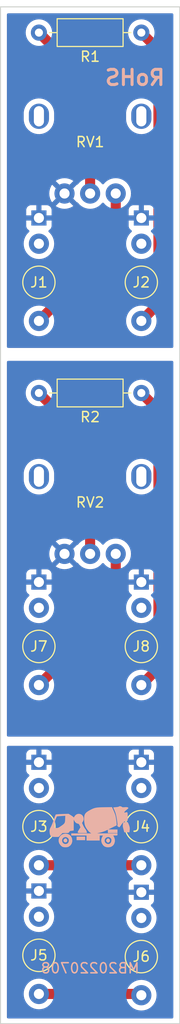
<source format=kicad_pcb>
(kicad_pcb (version 20211014) (generator pcbnew)
  (layers (0 "F.Cu" signal) (31 "B.Cu" signal) (34 "B.Paste" user) (35 "F.Paste" user) (36 "B.SilkS" user "B.Silkscreen") (37 "F.SilkS" user "F.Silkscreen") (38 "B.Mask" user) (39 "F.Mask" user) (44 "Edge.Cuts" user))
  (net 0 "")
  (net 1 "/gnd1")
  (net 2 "Net-(J1-PadT)")
  (net 4 "Net-(J2-PadT)")
  (net 6 "/gnd3")
  (net 7 "Net-(J3-PadT)")
  (net 12 "/gnd2")
  (net 13 "Net-(J7-PadT)")
  (net 15 "Net-(J8-PadT)")
  (net 17 "Net-(R1-Pad2)")
  (net 18 "Net-(R2-Pad2)")
  (footprint "eurorack_footprints:audio_jack_pj-398sm" (layer "F.Cu") (at 106.68 168.00884)
    (fp_text reference "J6" (at 0 -3.81 unlocked) (layer "F.SilkS"))
    (fp_text value "AudioJack2_SwitchT" hide)
    (fp_circle (center 0 -3.81) (end 1.6 -3.81) (layer "F.SilkS") (width 0.12) (fill none))
    (pad "S" thru_hole rect (at 0 -10.16) (size 1.5 1.5) (drill 1) (layers *.Cu *.Mask) (net 6 "/gnd3"))
    (pad "T" thru_hole circle (at 0 0) (size 2 2) (drill 1) (layers *.Cu *.Mask) (net 7 "Net-(J3-PadT)"))
    (pad "TN" thru_hole circle (at 0 -7.62) (size 2 2) (drill 1) (layers *.Cu *.Mask))
  )
  (footprint "eurorack_footprints:audio_jack_pj-398sm" (layer "F.Cu") (at 96.52 137.404)
    (fp_text reference "J7" (at 0 -3.81 unlocked) (layer "F.SilkS"))
    (fp_text value "AudioJack2_SwitchT" hide)
    (fp_circle (center 0 -3.81) (end 1.6 -3.81) (layer "F.SilkS") (width 0.12) (fill none))
    (pad "S" thru_hole rect (at 0 -10.16) (size 1.5 1.5) (drill 1) (layers *.Cu *.Mask) (net 12 "/gnd2"))
    (pad "T" thru_hole circle (at 0 0) (size 2 2) (drill 1) (layers *.Cu *.Mask) (net 13 "Net-(J7-PadT)"))
    (pad "TN" thru_hole circle (at 0 -7.62) (size 2 2) (drill 1) (layers *.Cu *.Mask))
  )
  (footprint "eurorack_footprints:audio_jack_pj-398sm" (layer "F.Cu") (at 96.52 155.18384)
    (fp_text reference "J3" (at 0 -3.81 unlocked) (layer "F.SilkS"))
    (fp_text value "AudioJack2_SwitchT" hide)
    (fp_circle (center 0 -3.81) (end 1.6 -3.81) (layer "F.SilkS") (width 0.12) (fill none))
    (pad "S" thru_hole rect (at 0 -10.16) (size 1.5 1.5) (drill 1) (layers *.Cu *.Mask) (net 6 "/gnd3"))
    (pad "T" thru_hole circle (at 0 0) (size 2 2) (drill 1) (layers *.Cu *.Mask) (net 7 "Net-(J3-PadT)"))
    (pad "TN" thru_hole circle (at 0 -7.62) (size 2 2) (drill 1) (layers *.Cu *.Mask))
  )
  (footprint "eurorack_footprints:pot1_B" (layer "F.Cu") (at 99.06 88.9)
    (fp_text reference "RV1" (at 2.54 -5.08 unlocked) (layer "F.SilkS"))
    (fp_text value "100k" hide)
    (pad "" thru_hole oval (at 7.62 -7.62 90) (size 2.5 2) (drill oval 2 1) (layers *.Cu *.Mask))
    (pad "" thru_hole oval (at -2.54 -7.62 90) (size 2.5 2) (drill oval 2 1) (layers *.Cu *.Mask))
    (pad "1" thru_hole circle (at 5.08 0) (size 2 2) (drill 1) (layers *.Cu *.Mask) (net 2 "Net-(J1-PadT)"))
    (pad "2" thru_hole circle (at 2.54 0) (size 2 2) (drill 1) (layers *.Cu *.Mask) (net 17 "Net-(R1-Pad2)"))
    (pad "3" thru_hole circle (at 0 0) (size 2 2) (drill 1) (layers *.Cu *.Mask) (net 1 "/gnd1"))
  )
  (footprint "eurorack_footprints:pot1_B" (layer "F.Cu") (at 99.06 124.4605)
    (fp_text reference "RV2" (at 2.54 -5.08 unlocked) (layer "F.SilkS"))
    (fp_text value "100k" hide)
    (pad "" thru_hole oval (at 7.62 -7.62 90) (size 2.5 2) (drill oval 2 1) (layers *.Cu *.Mask))
    (pad "" thru_hole oval (at -2.54 -7.62 90) (size 2.5 2) (drill oval 2 1) (layers *.Cu *.Mask))
    (pad "1" thru_hole circle (at 5.08 0) (size 2 2) (drill 1) (layers *.Cu *.Mask) (net 13 "Net-(J7-PadT)"))
    (pad "2" thru_hole circle (at 2.54 0) (size 2 2) (drill 1) (layers *.Cu *.Mask) (net 18 "Net-(R2-Pad2)"))
    (pad "3" thru_hole circle (at 0 0) (size 2 2) (drill 1) (layers *.Cu *.Mask) (net 12 "/gnd2"))
  )
  (footprint "Resistor_THT:R_Axial_DIN0207_L6.3mm_D2.5mm_P10.16mm_Horizontal" (layer "F.Cu") (at 106.68 108.585 180)
    (fp_text reference "R2" (at 5.08 -2.37) (layer "F.SilkS"))
    (fp_text value "1k")
    (fp_line (start 1.81 -1.37) (end 1.81 1.37) (layer "F.SilkS") (width 0.12))
    (fp_line (start 8.35 -1.37) (end 1.81 -1.37) (layer "F.SilkS") (width 0.12))
    (fp_line (start 1.81 1.37) (end 8.35 1.37) (layer "F.SilkS") (width 0.12))
    (fp_line (start 8.35 1.37) (end 8.35 -1.37) (layer "F.SilkS") (width 0.12))
    (fp_line (start 1.04 0) (end 1.81 0) (layer "F.SilkS") (width 0.12))
    (fp_line (start 9.12 0) (end 8.35 0) (layer "F.SilkS") (width 0.12))
    (pad "1" thru_hole circle (at 0 0 180) (size 1.6 1.6) (drill 0.8) (layers *.Cu *.Mask) (net 15 "Net-(J8-PadT)"))
    (pad "2" thru_hole oval (at 10.16 0 180) (size 1.6 1.6) (drill 0.8) (layers *.Cu *.Mask) (net 18 "Net-(R2-Pad2)"))
  )
  (footprint "eurorack_footprints:audio_jack_pj-398sm" (layer "F.Cu") (at 96.52 167.88384)
    (fp_text reference "J5" (at 0 -3.81 unlocked) (layer "F.SilkS"))
    (fp_text value "AudioJack2_SwitchT" hide)
    (fp_circle (center 0 -3.81) (end 1.6 -3.81) (layer "F.SilkS") (width 0.12) (fill none))
    (pad "S" thru_hole rect (at 0 -10.16) (size 1.5 1.5) (drill 1) (layers *.Cu *.Mask) (net 6 "/gnd3"))
    (pad "T" thru_hole circle (at 0 0) (size 2 2) (drill 1) (layers *.Cu *.Mask) (net 7 "Net-(J3-PadT)"))
    (pad "TN" thru_hole circle (at 0 -7.62) (size 2 2) (drill 1) (layers *.Cu *.Mask))
  )
  (footprint "eurorack_footprints:audio_jack_pj-398sm" (layer "F.Cu") (at 106.68 101.475)
    (fp_text reference "J2" (at 0 -3.81 unlocked) (layer "F.SilkS"))
    (fp_text value "AudioJack2_SwitchT" hide)
    (fp_circle (center 0 -3.81) (end 1.6 -3.81) (layer "F.SilkS") (width 0.12) (fill none))
    (pad "S" thru_hole rect (at 0 -10.16) (size 1.5 1.5) (drill 1) (layers *.Cu *.Mask) (net 1 "/gnd1"))
    (pad "T" thru_hole circle (at 0 0) (size 2 2) (drill 1) (layers *.Cu *.Mask) (net 4 "Net-(J2-PadT)"))
    (pad "TN" thru_hole circle (at 0 -7.62) (size 2 2) (drill 1) (layers *.Cu *.Mask))
  )
  (footprint "eurorack_footprints:audio_jack_pj-398sm" (layer "F.Cu") (at 106.68 155.18384)
    (fp_text reference "J4" (at 0 -3.81 unlocked) (layer "F.SilkS"))
    (fp_text value "AudioJack2_SwitchT" hide)
    (fp_circle (center 0 -3.81) (end 1.6 -3.81) (layer "F.SilkS") (width 0.12) (fill none))
    (pad "S" thru_hole rect (at 0 -10.16) (size 1.5 1.5) (drill 1) (layers *.Cu *.Mask) (net 6 "/gnd3"))
    (pad "T" thru_hole circle (at 0 0) (size 2 2) (drill 1) (layers *.Cu *.Mask) (net 7 "Net-(J3-PadT)"))
    (pad "TN" thru_hole circle (at 0 -7.62) (size 2 2) (drill 1) (layers *.Cu *.Mask))
  )
  (footprint "eurorack_footprints:audio_jack_pj-398sm" (layer "F.Cu") (at 96.52 101.475)
    (fp_text reference "J1" (at 0 -3.81 unlocked) (layer "F.SilkS"))
    (fp_text value "AudioJack2_SwitchT" hide)
    (fp_circle (center 0 -3.81) (end 1.6 -3.81) (layer "F.SilkS") (width 0.12) (fill none))
    (pad "S" thru_hole rect (at 0 -10.16) (size 1.5 1.5) (drill 1) (layers *.Cu *.Mask) (net 1 "/gnd1"))
    (pad "T" thru_hole circle (at 0 0) (size 2 2) (drill 1) (layers *.Cu *.Mask) (net 2 "Net-(J1-PadT)"))
    (pad "TN" thru_hole circle (at 0 -7.62) (size 2 2) (drill 1) (layers *.Cu *.Mask))
  )
  (footprint "eurorack_footprints:audio_jack_pj-398sm" (layer "F.Cu") (at 106.68 137.404)
    (fp_text reference "J8" (at 0 -3.81 unlocked) (layer "F.SilkS"))
    (fp_text value "AudioJack2_SwitchT" hide)
    (fp_circle (center 0 -3.81) (end 1.6 -3.81) (layer "F.SilkS") (width 0.12) (fill none))
    (pad "S" thru_hole rect (at 0 -10.16) (size 1.5 1.5) (drill 1) (layers *.Cu *.Mask) (net 12 "/gnd2"))
    (pad "T" thru_hole circle (at 0 0) (size 2 2) (drill 1) (layers *.Cu *.Mask) (net 15 "Net-(J8-PadT)"))
    (pad "TN" thru_hole circle (at 0 -7.62) (size 2 2) (drill 1) (layers *.Cu *.Mask))
  )
  (footprint "Resistor_THT:R_Axial_DIN0207_L6.3mm_D2.5mm_P10.16mm_Horizontal" (layer "F.Cu") (at 106.68 73.025 180)
    (fp_text reference "R1" (at 5.08 -2.37) (layer "F.SilkS"))
    (fp_text value "1k")
    (fp_line (start 9.12 0) (end 8.35 0) (layer "F.SilkS") (width 0.12))
    (fp_line (start 1.81 -1.37) (end 1.81 1.37) (layer "F.SilkS") (width 0.12))
    (fp_line (start 1.04 0) (end 1.81 0) (layer "F.SilkS") (width 0.12))
    (fp_line (start 8.35 1.37) (end 8.35 -1.37) (layer "F.SilkS") (width 0.12))
    (fp_line (start 8.35 -1.37) (end 1.81 -1.37) (layer "F.SilkS") (width 0.12))
    (fp_line (start 1.81 1.37) (end 8.35 1.37) (layer "F.SilkS") (width 0.12))
    (pad "1" thru_hole circle (at 0 0 180) (size 1.6 1.6) (drill 0.8) (layers *.Cu *.Mask) (net 4 "Net-(J2-PadT)"))
    (pad "2" thru_hole oval (at 10.16 0 180) (size 1.6 1.6) (drill 0.8) (layers *.Cu *.Mask) (net 17 "Net-(R1-Pad2)"))
  )
  (footprint "eurorack_footprints:musikbeton_8mm_front" (layer "B.Cu") (at 101.6 151.37384 180)
    (fp_text reference "G***" hide)
    (fp_text value "LOGO" hide)
    (fp_poly (pts (xy 2.762518 1.247209) (xy 3.007969 1.237329) (xy 3.201011 1.224975) (xy 3.336268 1.21063) (xy 3.408364 1.194773) (xy 3.418014 1.188542) (xy 3.439346 1.142694) (xy 3.478221 1.04284) (xy 3.529839 0.901902) (xy 3.589402 0.732799) (xy 3.615914 0.655667) (xy 3.686309 0.459582) (xy 3.761115 0.268388) (xy 3.832401 0.101327) (xy 3.892239 -0.022362) (xy 3.904098 -0.043597) (xy 3.973318 -0.173935) (xy 4.009629 -0.283003) (xy 4.022797 -0.405719) (xy 4.023776 -0.471442) (xy 4.007467 -0.675516) (xy 3.960931 -0.83702) (xy 3.887753 -0.946604) (xy 3.826455 -0.986002) (xy 3.750496 -1.001666) (xy 3.626821 -1.013522) (xy 3.478244 -1.019614) (xy 3.429372 -1.020027) (xy 3.121783 -1.020027) (xy 2.930165 -0.826) (xy 2.738547 -0.631972) (xy 2.436268 -0.631972) (xy 2.28962 -0.630996) (xy 2.19667 -0.624808) (xy 2.14056 -0.608517) (xy 2.104431 -0.577233) (xy 2.071471 -0.526139) (xy 1.994468 -0.440756) (xy 1.927164 -0.420305) (xy 1.8317 -0.413208) (xy 1.73513 -0.398257) (xy 1.624887 -0.376208) (xy 1.624859 0.157368) (xy 1.624832 0.690945) (xy 1.552085 0.543981) (xy 1.45757 0.415339) (xy 1.329487 0.323786) (xy 1.190122 0.28481) (xy 1.178583 0.284419) (xy 1.118502 0.250089) (xy 1.054386 0.147493) (xy 1.037598 0.11105) (xy 0.961836 -0.061487) (xy 1.099314 -0.284993) (xy 1.179342 -0.417417) (xy 1.225618 -0.510966) (xy 1.231816 -0.572394) (xy 1.191609 -0.608455) (xy 1.098669 -0.625904) (xy 0.946669 -0.631497) (xy 0.774294 -0.631972) (xy 0.311757 -0.631972) (xy 0.336348 -0.500891) (xy 0.376117 -0.390804) (xy 0.445327 -0.27618) (xy 0.469603 -0.246048) (xy 0.54 -0.15) (xy 0.619835 -0.01748) (xy 0.691356 0.121864) (xy 0.804444 0.366014) (xy 0.720777 0.489305) (xy 0.65025 0.648447) (xy 0.637109 0.771079) (xy 0.666163 0.947918) (xy 0.744882 1.088719) (xy 0.860608 1.190512) (xy 1.00068 1.250328) (xy 1.152438 1.265196) (xy 1.303222 1.232148) (xy 1.440372 1.148212) (xy 1.551227 1.010419) (xy 1.563096 0.988298) (xy 1.601428 0.922207) (xy 1.62306 0.902524) (xy 1.624832 0.908925) (xy 1.652995 0.945236) (xy 1.728033 1.006047) (xy 1.817586 1.067764) (xy 2.464525 1.067764) (xy 2.476859 0.732201) (xy 2.485258 0.572161) (xy 2.503068 0.452055) (xy 2.539587 0.357446) (xy 2.604112 0.273896) (xy 2.705942 0.186966) (xy 2.854374 0.082221) (xy 2.926855 0.033455) (xy 3.059124 -0.052177) (xy 3.154216 -0.10338) (xy 3.23164 -0.127732) (xy 3.310907 -0.132811) (xy 3.350188 -0.130971) (xy 3.512248 -0.120444) (xy 3.508435 0.197056) (xy 3.501546 0.379071) (xy 3.482291 0.521295) (xy 3.445147 0.65416) (xy 3.407544 0.752995) (xy 3.357306 0.87095) (xy 3.315134 0.960202) (xy 3.289371 1.003219) (xy 3.287885 1.004382) (xy 3.245602 1.011633) (xy 3.147932 1.021507) (xy 3.009933 1.032643) (xy 2.864914 1.042546) (xy 2.464525 1.067764) (xy 1.817586 1.067764) (xy 1.835851 1.080352) (xy 1.880651 1.108703) (xy 2.136415 1.26689)) (layer "B.SilkS") (width 0) (fill solid))
    (fp_poly (pts (xy -1.703549 -1.189865) (xy -1.635534 -1.25806) (xy -1.591255 -1.338743) (xy -1.585391 -1.372805) (xy -1.610658 -1.450137) (xy -1.670641 -1.527464) (xy -1.741608 -1.577805) (xy -1.771569 -1.584472) (xy -1.832637 -1.565509) (xy -1.895041 -1.529555) (xy -1.95693 -1.450293) (xy -1.967667 -1.352552) (xy -1.934386 -1.257613) (xy -1.864218 -1.186761) (xy -1.771569 -1.161139)) (layer "B.SilkS") (width 0) (fill solid))
    (fp_poly (pts (xy 1.342665 -1.337527) (xy 0.495998 -1.337527) (xy 0.495998 -0.98475) (xy 1.342665 -0.98475)) (layer "B.SilkS") (width 0) (fill solid))
    (fp_poly (pts (xy -1.427413 1.915153) (xy -1.135846 1.909493) (xy -0.901864 1.900122) (xy -0.712509 1.884639) (xy -0.554822 1.860648) (xy -0.415847 1.825749) (xy -0.282624 1.777544) (xy -0.142196 1.713635) (xy -0.02883 1.656278) (xy 0.190007 1.534202) (xy 0.350326 1.422643) (xy 0.461428 1.31267) (xy 0.532619 1.195353) (xy 0.568835 1.082586) (xy 0.5918 0.903011) (xy 0.594326 0.683885) (xy 0.577993 0.452685) (xy 0.544382 0.236892) (xy 0.51319 0.115264) (xy 0.4467 -0.037792) (xy 0.344371 -0.208072) (xy 0.22217 -0.373488) (xy 0.096066 -0.511951) (xy 0.005712 -0.586734) (xy -0.114158 -0.66725) (xy 1.871832 -0.66725) (xy 1.871832 -0.878916) (xy 0.354887 -0.878916) (xy 0.354887 -1.372805) (xy -0.950391 -1.372805) (xy -0.950391 -0.878916) (xy -1.266758 -0.878916) (xy -1.192223 -1.021916) (xy -1.113515 -1.226606) (xy -1.100771 -1.420976) (xy -1.153684 -1.618916) (xy -1.17781 -1.671969) (xy -1.294659 -1.851541) (xy -1.442679 -1.969715) (xy -1.628773 -2.030711) (xy -1.782518 -2.041671) (xy -1.927321 -2.030397) (xy -2.052256 -2.002592) (xy -2.096918 -1.984338) (xy -2.239299 -1.894018) (xy -2.336621 -1.789155) (xy -2.400987 -1.672666) (xy -2.459666 -1.463381) (xy -2.455881 -1.350453) (xy -2.114557 -1.350453) (xy -2.087125 -1.51261) (xy -2.01217 -1.632633) (xy -1.900702 -1.703357) (xy -1.763734 -1.717615) (xy -1.619962 -1.672301) (xy -1.507738 -1.581442) (xy -1.448996 -1.464121) (xy -1.440646 -1.336044) (xy -1.4796 -1.212914) (xy -1.562771 -1.110438) (xy -1.68707 -1.044318) (xy -1.745919 -1.031792) (xy -1.853363 -1.027622) (xy -1.936528 -1.058681) (xy -2.001628 -1.107665) (xy -2.078439 -1.186502) (xy -2.110004 -1.27095) (xy -2.114557 -1.350453) (xy -2.455881 -1.350453) (xy -2.452369 -1.245687) (xy -2.383939 -1.043645) (xy -2.300542 -0.878916) (xy -2.507411 -0.878916) (xy -2.622902 -0.877435) (xy -2.684659 -0.867255) (xy -2.709504 -0.839769) (xy -2.714259 -0.786372) (xy -2.714279 -0.773083) (xy -2.714279 -0.66725) (xy -0.685807 -0.662656) (xy -1.029291 -0.577594) (xy -1.200318 -0.530469) (xy -1.367353 -0.476342) (xy -1.503886 -0.424103) (xy -1.548465 -0.403501) (xy -1.647989 -0.354643) (xy -1.719815 -0.322306) (xy -1.742968 -0.314472) (xy -1.754191 -0.346029) (xy -1.760919 -0.425863) (xy -1.761779 -0.473222) (xy -1.761779 -0.631972) (xy -2.714279 -0.631972) (xy -2.714279 -0.279194) (xy -2.264488 -0.276109) (xy -1.814696 -0.273024) (xy -2.202752 -0.083472) (xy -2.354941 -0.009415) (xy -2.484677 0.053186) (xy -2.578462 0.097854) (xy -2.622795 0.118113) (xy -2.623209 0.118272) (xy -2.63294 0.1564) (xy -2.63234 0.249371) (xy -2.623042 0.382495) (xy -2.606681 0.54108) (xy -2.584893 0.710436) (xy -2.559311 0.875873) (xy -2.53157 1.0227) (xy -2.514341 1.096639) (xy -2.476232 1.217251) (xy -2.417032 1.374286) (xy -2.347078 1.540997) (xy -2.316652 1.608167) (xy -2.16902 1.925667)) (layer "B.SilkS") (width 0) (fill solid))
    (fp_poly (pts (xy 2.525111 -1.189945) (xy 2.599293 -1.258379) (xy 2.644083 -1.339467) (xy 2.647943 -1.366063) (xy 2.618201 -1.468588) (xy 2.543271 -1.538153) (xy 2.444596 -1.563445) (xy 2.343619 -1.533151) (xy 2.33818 -1.529476) (xy 2.276916 -1.45079) (xy 2.264753 -1.352659) (xy 2.295145 -1.257063) (xy 2.361547 -1.185984) (xy 2.447873 -1.161139)) (layer "B.SilkS") (width 0) (fill solid))
    (fp_poly (pts (xy -3.55053 0.453423) (xy -3.474514 0.445747) (xy -3.28339 0.421868) (xy -3.252343 0.238906) (xy -3.241485 0.027553) (xy -3.265146 -0.102805) (xy -3.302903 -0.241467) (xy -3.340923 -0.383985) (xy -3.348137 -0.411486) (xy -3.387277 -0.561416) (xy -3.903981 -0.561416) (xy -3.927513 -0.331722) (xy -3.936379 -0.198628) (xy -3.928609 -0.086678) (xy -3.899883 0.034181) (xy -3.856079 0.16548) (xy -3.80597 0.292996) (xy -3.75777 0.392592) (xy -3.72018 0.44684) (xy -3.713374 0.451308) (xy -3.653244 0.457447)) (layer "B.SilkS") (width 0) (fill solid))
    (fp_poly (pts (xy -2.866151 1.99904) (xy -2.855391 1.981008) (xy -2.822954 1.962933) (xy -2.736746 1.943928) (xy -2.613418 1.927383) (xy -2.573168 1.923536) (xy -2.442284 1.911177) (xy -2.343645 1.90007) (xy -2.293869 1.892147) (xy -2.290946 1.890713) (xy -2.304397 1.857078) (xy -2.339908 1.775848) (xy -2.390214 1.663601) (xy -2.398001 1.646404) (xy -2.480746 1.444763) (xy -2.547208 1.235324) (xy -2.602413 0.998888) (xy -2.651388 0.716259) (xy -2.664147 0.629871) (xy -2.689326 0.453811) (xy -2.705608 0.333724) (xy -2.713911 0.255712) (xy -2.715152 0.20588) (xy -2.710246 0.17033) (xy -2.70011 0.135165) (xy -2.697355 0.126375) (xy -2.698696 0.064928) (xy -2.754336 0.009894) (xy -2.779618 -0.005917) (xy -2.854958 -0.04748) (xy -2.900612 -0.067261) (xy -2.90282 -0.067527) (xy -2.929853 -0.040467) (xy -2.986416 0.032016) (xy -3.062549 0.136873) (xy -3.103572 0.195526) (xy -3.194604 0.323333) (xy -3.26413 0.405841) (xy -3.328621 0.457217) (xy -3.404546 0.491625) (xy -3.47271 0.513026) (xy -3.583844 0.54336) (xy -3.66928 0.563126) (xy -3.699753 0.567473) (xy -3.717684 0.594409) (xy -3.728274 0.678325) (xy -3.731846 0.823881) (xy -3.729601 0.999625) (xy -3.725231 1.185775) (xy -3.718024 1.311403) (xy -3.701726 1.386464) (xy -3.670084 1.420907) (xy -3.616843 1.424687) (xy -3.535749 1.407754) (xy -3.481571 1.39433) (xy -3.405211 1.387466) (xy -3.386677 1.416824) (xy -3.424809 1.479912) (xy -3.518449 1.574237) (xy -3.596477 1.64124) (xy -3.696354 1.725434) (xy -3.770788 1.791809) (xy -3.806533 1.828453) (xy -3.807891 1.831379) (xy -3.783297 1.862481) (xy -3.746154 1.893471) (xy -3.678621 1.919318) (xy -3.56355 1.926196) (xy -3.436705 1.919323) (xy -3.298869 1.911242) (xy -3.21319 1.916278) (xy -3.162119 1.936636) (xy -3.141344 1.956449) (xy -3.086359 1.990034) (xy -3.004761 2.009822) (xy -2.922657 2.013571)) (layer "B.SilkS") (width 0) (fill solid))
    (fp_poly (pts (xy 2.645047 -0.717349) (xy 2.823056 -0.800018) (xy 2.965168 -0.92598) (xy 3.066245 -1.084158) (xy 3.121152 -1.263472) (xy 3.124754 -1.452842) (xy 3.071913 -1.64119) (xy 2.958721 -1.816043) (xy 2.868866 -1.904931) (xy 2.776413 -1.976572) (xy 2.750291 -1.991968) (xy 2.63269 -2.027237) (xy 2.478182 -2.041076) (xy 2.317012 -2.033703) (xy 2.179425 -2.005339) (xy 2.136494 -1.987506) (xy 1.956473 -1.858189) (xy 1.834899 -1.689788) (xy 1.773543 -1.485246) (xy 1.765998 -1.372459) (xy 1.766759 -1.367055) (xy 2.109155 -1.367055) (xy 2.13857 -1.520582) (xy 2.217954 -1.635511) (xy 2.33401 -1.703676) (xy 2.473443 -1.716912) (xy 2.609448 -1.67433) (xy 2.712909 -1.586005) (xy 2.770294 -1.464763) (xy 2.780663 -1.330447) (xy 2.743073 -1.202899) (xy 2.656585 -1.101961) (xy 2.637209 -1.089032) (xy 2.490711 -1.028533) (xy 2.356491 -1.036396) (xy 2.227462 -1.113138) (xy 2.220355 -1.119385) (xy 2.14413 -1.202889) (xy 2.113174 -1.292065) (xy 2.109155 -1.367055) (xy 1.766759 -1.367055) (xy 1.797105 -1.151544) (xy 1.885577 -0.965358) (xy 2.024142 -0.821317) (xy 2.205527 -0.726836) (xy 2.42246 -0.689329) (xy 2.436276 -0.689055)) (layer "B.SilkS") (width 0) (fill solid))
  )
  (gr_rect (start 92.71 70.485) (end 110.49 170.815) (layer "Edge.Cuts") (width 0.1) (fill none))
  (gr_text "RoHS" (at 106.045 77.47) (layer "B.SilkS") (effects (font (size 1.5 1.5) (thickness 0.3)) (justify mirror)))
  (gr_text "MB20220708\n" (at 101.6 165.34384) (layer "B.SilkS") (effects (font (size 1 1)) (justify mirror)))
  (segment (start 96.52 101.475) (end 104.14 93.855) (width 1) (layer "F.Cu") (net 2))
  (segment (start 104.14 93.855) (end 104.14 88.9) (width 1) (layer "F.Cu") (net 2))
  (segment (start 108.379511 74.724511) (end 108.379511 99.775489) (width 1) (layer "F.Cu") (net 4))
  (segment (start 108.379511 99.775489) (end 106.68 101.475) (width 1) (layer "F.Cu") (net 4))
  (segment (start 106.68 73.025) (end 108.379511 74.724511) (width 1) (layer "F.Cu") (net 4))
  (segment (start 101.725 155.18384) (end 106.68 155.18384) (width 1) (layer "F.Cu") (net 7))
  (segment (start 101.725 167.63384) (end 101.475 167.88384) (width 1) (layer "F.Cu") (net 7))
  (segment (start 96.52 155.18384) (end 101.725 155.18384) (width 1) (layer "F.Cu") (net 7))
  (segment (start 106.555 167.88384) (end 106.68 168.00884) (width 1) (layer "F.Cu") (net 7))
  (segment (start 96.52 167.88384) (end 101.475 167.88384) (width 1) (layer "F.Cu") (net 7))
  (segment (start 101.475 167.88384) (end 106.555 167.88384) (width 1) (layer "F.Cu") (net 7))
  (segment (start 101.725 155.18384) (end 101.725 167.63384) (width 1) (layer "F.Cu") (net 7))
  (segment (start 96.52 137.404) (end 104.14 129.784) (width 1) (layer "F.Cu") (net 13))
  (segment (start 104.14 129.784) (end 104.14 124.4605) (width 1) (layer "F.Cu") (net 13))
  (segment (start 106.68 137.404) (end 108.37952 135.70448) (width 1) (layer "F.Cu") (net 15))
  (segment (start 108.37952 110.28452) (end 106.68 108.585) (width 1) (layer "F.Cu") (net 15))
  (segment (start 108.37952 135.70448) (end 108.37952 110.28452) (width 1) (layer "F.Cu") (net 15))
  (segment (start 101.6 88.9) (end 101.6 78.105) (width 1) (layer "F.Cu") (net 17))
  (segment (start 101.6 78.105) (end 96.52 73.025) (width 1) (layer "F.Cu") (net 17))
  (segment (start 96.52 108.585) (end 101.6 113.665) (width 1) (layer "F.Cu") (net 18))
  (segment (start 101.6 113.665) (end 101.6 124.4605) (width 1) (layer "F.Cu") (net 18))
  (zone (net 6) (net_name "/gnd3") (layers F&B.Cu) (connect_pads (clearance 0.508)) (min_thickness 0.254) (fill yes (thermal_gap 0.508) (thermal_bridge_width 0.508))
    (polygon (pts (xy 109.855 170.54884) (xy 93.345 170.54884) (xy 93.345 143.39824) (xy 109.855 143.39824)))
  )
  (zone (net 1) (net_name "/gnd1") (layers F&B.Cu) (connect_pads (clearance 0.508)) (min_thickness 0.254) (fill yes (thermal_gap 0.508) (thermal_bridge_width 0.508))
    (polygon (pts (xy 109.855 104.14) (xy 93.345 104.14) (xy 93.345 71.12) (xy 109.855 71.12)))
  )
  (zone (net 12) (net_name "/gnd2") (layers F&B.Cu) (connect_pads (clearance 0.508)) (min_thickness 0.254) (fill yes (thermal_gap 0.508) (thermal_bridge_width 0.508))
    (polygon (pts (xy 109.855 142.492) (xy 93.345 142.492) (xy 93.345 105.41) (xy 109.855 105.41)))
  )
)
</source>
